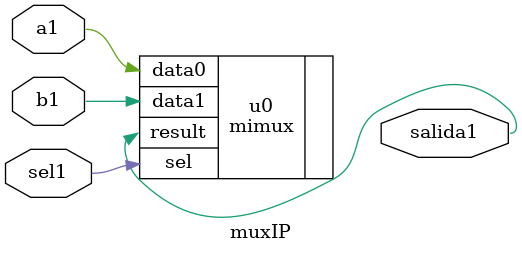
<source format=v>
module muxIP (
    input a1,b1,sel1,
    output salida1
);
    mimux u0(
        .data0(a1),
        .data1(b1),
        .sel(sel1),
        .result(salida1)
    );
    
endmodule
</source>
